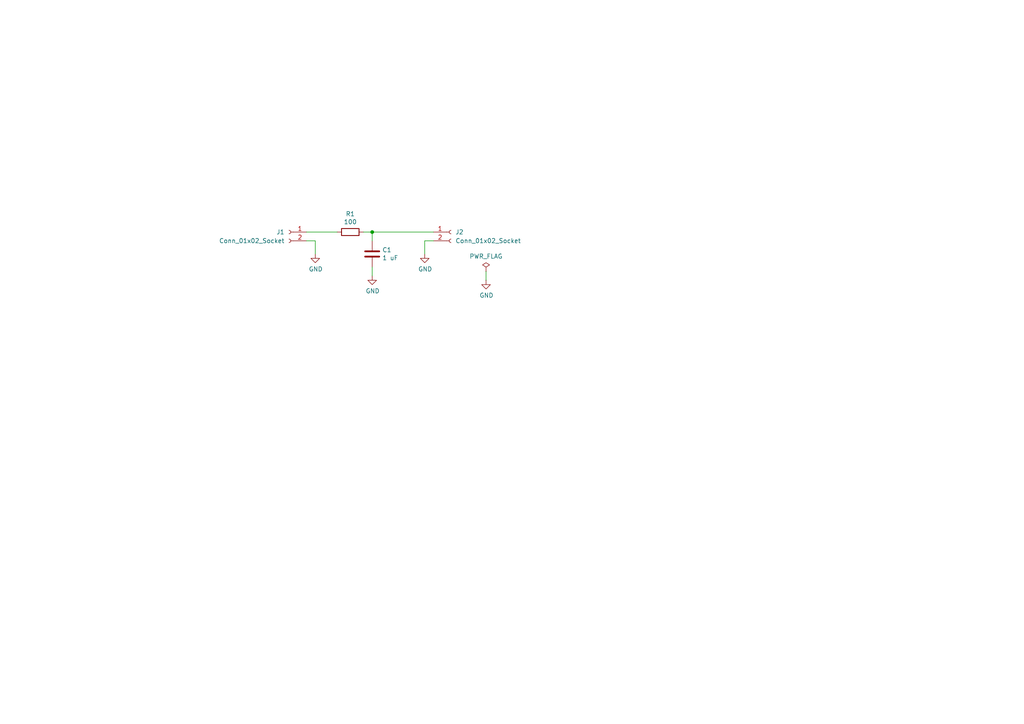
<source format=kicad_sch>
(kicad_sch (version 20231120) (generator "eeschema") (generator_version "8.0")
  (paper "A4")
  (title_block (title "Test") (date "2020-04-20"))
  (lib_symbols
    (symbol "Connector:Conn_01x02_Socket" (pin_names (offset 1.016) hide)
      (property "Reference" "J" (at 0 2.54 0))
      (property "Value" "Conn_01x02_Socket" (at 0 -5.08 0))
      (symbol "Conn_01x02_Socket_1_1"
        (arc (start 0 -2.032) (mid -0.5058 -2.54) (end 0 -3.048) (stroke (width 0.1524)))
        (polyline (pts (xy -1.27 -2.54) (xy -0.508 -2.54)) (stroke (width 0.1524)))
        (polyline (pts (xy -1.27 0) (xy -0.508 0)) (stroke (width 0.1524)))
        (arc (start 0 0.508) (mid -0.5058 0) (end 0 -0.508) (stroke (width 0.1524)))
        (pin passive line (at -5.08 0 0) (length 3.81) (name "Pin_1") (number "1"))
        (pin passive line (at -5.08 -2.54 0) (length 3.81) (name "Pin_2") (number "2"))
      )
    )
    (symbol "Device:C" (pin_numbers hide) (pin_names (offset 0.254))
      (property "Reference" "C" (at 0.635 2.54 0))
      (property "Value" "C" (at 0.635 -2.54 0))
      (symbol "C_0_1"
        (polyline (pts (xy -2.032 -0.762) (xy 2.032 -0.762)) (stroke (width 0.508)))
        (polyline (pts (xy -2.032 0.762) (xy 2.032 0.762)) (stroke (width 0.508)))
      )
      (symbol "C_1_1"
        (pin passive line (at 0 3.81 270) (length 2.794) (name "~") (number "1"))
        (pin passive line (at 0 -3.81 90) (length 2.794) (name "~") (number "2"))
      )
    )
    (symbol "Device:R" (pin_numbers hide) (pin_names (offset 0))
      (property "Reference" "R" (at 2.032 0 90))
      (property "Value" "R" (at 0 0 90))
      (symbol "R_0_1"
        (rectangle (start -1.016 -2.54) (end 1.016 2.54) (stroke (width 0.254)))
      )
      (symbol "R_1_1"
        (pin passive line (at 0 3.81 270) (length 1.27) (name "~") (number "1"))
        (pin passive line (at 0 -3.81 90) (length 1.27) (name "~") (number "2"))
      )
    )
    (symbol "power:GND" (power) (pin_numbers hide) (pin_names (offset 0) hide)
      (property "Value" "GND" (at 0 -3.81 0))
      (symbol "GND_0_1"
        (polyline (pts (xy 0 0) (xy 0 -1.27) (xy 1.27 -1.27) (xy 0 -2.54) (xy -1.27 -1.27) (xy 0 -1.27)))
      )
      (symbol "GND_1_1"
        (pin power_in line (at 0 0 270) (length 0) (name "~") (number "1"))
      )
    )
    (symbol "power:PWR_FLAG" (power) (pin_numbers hide) (pin_names (offset 0) hide)
      (property "Value" "PWR_FLAG" (at 0 3.81 0))
      (symbol "PWR_FLAG_0_0"
        (pin power_out line (at 0 0 90) (length 0) (name "~") (number "1"))
      )
      (symbol "PWR_FLAG_0_1"
        (polyline (pts (xy 0 0) (xy 0 1.27) (xy -1.016 1.905) (xy 0 2.54) (xy 1.016 1.905) (xy 0 1.27)))
      )
    )
  )
  (junction (at 107.95 67.31))
  (wire (pts (xy 107.95 67.31) (xy 107.95 69.85)))
  (wire (pts (xy 123.19 69.85) (xy 123.19 73.66)))
  (wire (pts (xy 105.41 67.31) (xy 107.95 67.31)))
  (wire (pts (xy 125.73 69.85) (xy 123.19 69.85)))
  (wire (pts (xy 107.95 77.47) (xy 107.95 80.01)))
  (wire (pts (xy 107.95 67.31) (xy 125.73 67.31)))
  (wire (pts (xy 88.9 69.85) (xy 91.44 69.85)))
  (wire (pts (xy 91.44 69.85) (xy 91.44 73.66)))
  (wire (pts (xy 140.97 78.74) (xy 140.97 81.28)))
  (wire (pts (xy 88.9 67.31) (xy 97.79 67.31)))
  (symbol (lib_id "Device:R") (at 101.6 67.31 270) (unit 1)
    (property "Reference" "R1" (at 101.6 62.0522 90))
    (property "Value" "100" (at 101.6 64.3636 90))
    (property "Footprint" "Resistor_THT:R_Axial_DIN0207_L6.3mm_D2.5mm_P10.16mm_Horizontal" (effects (hide yes)))
  )
  (symbol (lib_id "Device:C") (at 107.95 73.66 0) (unit 1)
    (property "Reference" "C1" (at 110.871 72.4916 0) (effects (justify left)))
    (property "Value" "1 uF" (at 110.871 74.803 0) (effects (justify left)))
    (property "Footprint" "Capacitor_THT:C_Disc_D5.0mm_W2.5mm_P5.00mm" (effects (hide yes)))
  )
  (symbol (lib_id "power:GND") (at 91.44 73.66 0) (unit 1)
    (property "Reference" "#PWR01" (effects (hide yes)))
    (property "Value" "GND" (at 91.567 78.0542 0))
    (property "Description" "Power symbol creates a global label with name \"GND\" , ground" (effects (hide yes)))
  )
  (symbol (lib_id "power:GND") (at 107.95 80.01 0) (unit 1)
    (property "Reference" "#PWR02" (effects (hide yes)))
    (property "Value" "GND" (at 108.077 84.4042 0))
    (property "Description" "Power symbol creates a global label with name \"GND\" , ground" (effects (hide yes)))
  )
  (symbol (lib_id "power:GND") (at 123.19 73.66 0) (unit 1)
    (property "Reference" "#PWR03" (effects (hide yes)))
    (property "Value" "GND" (at 123.317 78.0542 0))
    (property "Description" "Power symbol creates a global label with name \"GND\" , ground" (effects (hide yes)))
  )
  (symbol (lib_id "power:GND") (at 140.97 81.28 0) (unit 1)
    (property "Reference" "#PWR0101" (effects (hide yes)))
    (property "Value" "GND" (at 141.097 85.6742 0))
    (property "Description" "Power symbol creates a global label with name \"GND\" , ground" (effects (hide yes)))
  )
  (symbol (lib_id "power:PWR_FLAG") (at 140.97 78.74 0) (unit 1)
    (property "Reference" "#FLG0101" (effects (hide yes)))
    (property "Value" "PWR_FLAG" (at 140.97 74.3458 0))
    (property "Description" "Special symbol for telling ERC where power comes from" (effects (hide yes)))
  )
  (symbol (lib_id "Connector:Conn_01x02_Socket") (at 83.82 67.31 0) (mirror y) (unit 1)
    (property "Reference" "J1" (at 82.55 67.31 0) (effects (justify left)))
    (property "Value" "Conn_01x02_Socket" (at 82.55 69.85 0) (effects (justify left)))
    (property "Footprint" "Connector_Molex:Molex_KK-254_AE-6410-02A_1x02_P2.54mm_Vertical" (effects (hide yes)))
  )
  (symbol (lib_id "Connector:Conn_01x02_Socket") (at 130.81 67.31 0) (unit 1)
    (property "Reference" "J2" (at 132.08 67.31 0) (effects (justify left)))
    (property "Value" "Conn_01x02_Socket" (at 132.08 69.85 0) (effects (justify left)))
    (property "Footprint" "Connector_Molex:Molex_KK-254_AE-6410-02A_1x02_P2.54mm_Vertical" (effects (hide yes)))
  )
)
</source>
